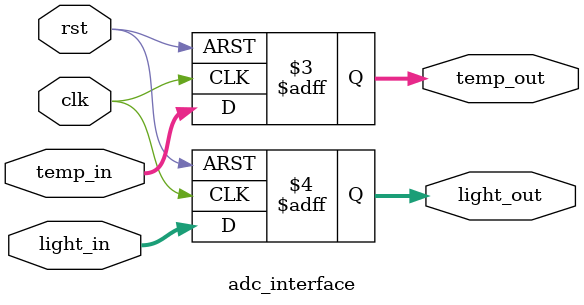
<source format=v>
module adc_interface(

    // System Control Ports
    input wire clk,             // Main Clock signal
    input wire rst,             // Asynchronous Reset signal (Active Low)

    // Input Data Ports (Parallel data from simulated ADC/Testbench)
    input wire [7:0] temp_in,   // 8-bit digital temperature value (e.g., 0-255)
    input wire [7:0] light_in,  // 8-bit digital light intensity value (e.g., 0-255)

    // Output Data Ports (Synchronized data passed to UART/Core Logic)
    output reg [7:0] temp_out,
    output reg [7:0] light_out
);

    // --- Synchronous Data Capture Logic ---
    // Registers the input data on the positive edge of the clock (posedge clk).
    always @(posedge clk or negedge rst) begin
        if (rst == 1'b0) begin // Reset is active (low)
            temp_out <= 8'h00;
            light_out <= 8'h00;
        end
        else begin
            // Capture the input data and hold it until the next clock edge
            temp_out <= temp_in;
            light_out <= light_in;
        end
    end
endmodule
</source>
